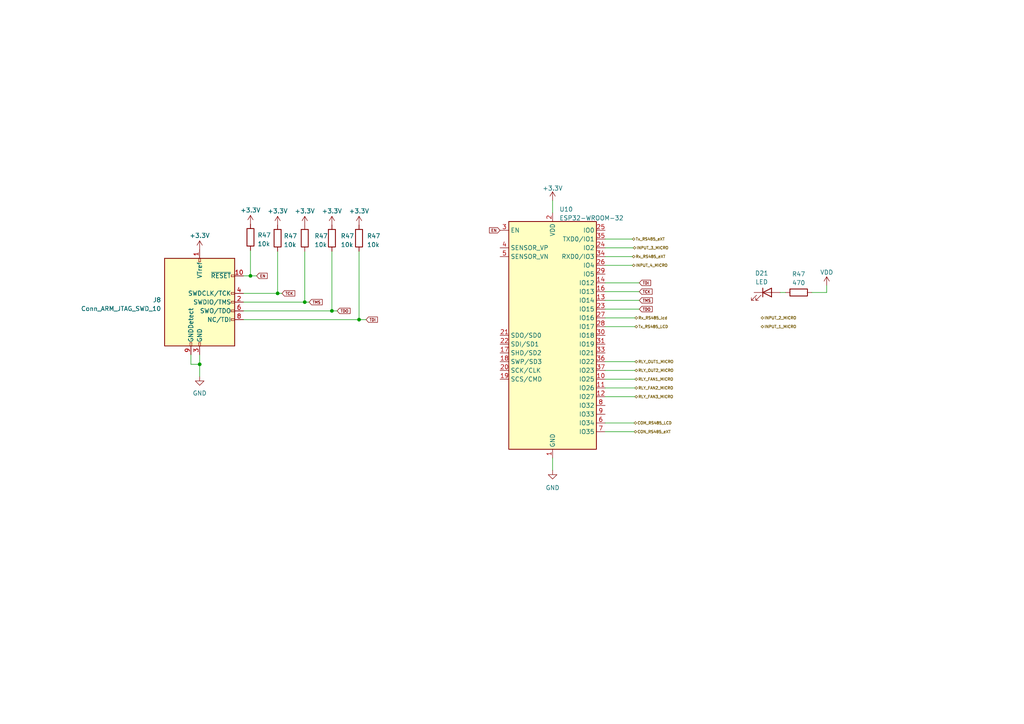
<source format=kicad_sch>
(kicad_sch (version 20230121) (generator eeschema)
  (paper "A4")
  (lib_symbols
    (symbol "Connector:Conn_ARM_JTAG_SWD_10" (pin_names (offset 1.016))
      (property "Reference" "J" (at -2.54 16.51 0))
      (property "Value" "Conn_ARM_JTAG_SWD_10" (at -2.54 13.97 0))
      (symbol "Conn_ARM_JTAG_SWD_10_0_1"
        (rectangle (start -10.16 12.7) (end 10.16 -12.7) (stroke (width 0.254)) (fill (type background)))
        (rectangle (start -2.794 -12.7) (end -2.286 -11.684))
        (rectangle (start -0.254 -12.7) (end 0.254 -11.684))
        (rectangle (start -0.254 12.7) (end 0.254 11.684))
        (rectangle (start 9.144 2.286) (end 10.16 2.794))
        (rectangle (start 10.16 -2.794) (end 9.144 -2.286))
        (rectangle (start 10.16 -0.254) (end 9.144 0.254))
        (rectangle (start 10.16 7.874) (end 9.144 7.366))
      )
      (symbol "Conn_ARM_JTAG_SWD_10_1_1"
        (rectangle (start 9.144 -5.334) (end 10.16 -4.826))
        (pin power_in line (at 0 15.24 270) (length 2.54) (name "VTref") (number "1"))
        (pin open_collector line (at 12.7 7.62 180) (length 2.54) (name "~{RESET}") (number "10"))
        (pin bidirectional line (at 12.7 0 180) (length 2.54) (name "SWDIO/TMS") (number "2"))
        (pin power_in line (at 0 -15.24 90) (length 2.54) (name "GND") (number "3"))
        (pin output line (at 12.7 2.54 180) (length 2.54) (name "SWDCLK/TCK") (number "4"))
        (pin passive line (at 0 -15.24 90) (length 2.54) hide (name "GND") (number "5"))
        (pin input line (at 12.7 -2.54 180) (length 2.54) (name "SWO/TDO") (number "6"))
        (pin no_connect line (at -10.16 0 0) (length 2.54) hide (name "KEY") (number "7"))
        (pin output line (at 12.7 -5.08 180) (length 2.54) (name "NC/TDI") (number "8"))
        (pin passive line (at -2.54 -15.24 90) (length 2.54) (name "GNDDetect") (number "9"))
      )
    )
    (symbol "Device:LED" (pin_numbers hide) (pin_names (offset 1.016) hide)
      (property "Reference" "D" (at 0 2.54 0))
      (property "Value" "LED" (at 0 -2.54 0))
      (symbol "LED_0_1"
        (polyline (pts (xy -1.27 -1.27) (xy -1.27 1.27)) (stroke (width 0.254)))
        (polyline (pts (xy -1.27 0) (xy 1.27 0)))
        (polyline (pts (xy 1.27 -1.27) (xy 1.27 1.27) (xy -1.27 0) (xy 1.27 -1.27)) (stroke (width 0.254)))
        (polyline (pts (xy -3.048 -0.762) (xy -4.572 -2.286) (xy -3.81 -2.286) (xy -4.572 -2.286) (xy -4.572 -1.524)))
        (polyline (pts (xy -1.778 -0.762) (xy -3.302 -2.286) (xy -2.54 -2.286) (xy -3.302 -2.286) (xy -3.302 -1.524)))
      )
      (symbol "LED_1_1"
        (pin passive line (at -3.81 0 0) (length 2.54) (name "K") (number "1"))
        (pin passive line (at 3.81 0 180) (length 2.54) (name "A") (number "2"))
      )
    )
    (symbol "Device:R" (pin_numbers hide) (pin_names (offset 0))
      (property "Reference" "R" (at 2.032 0 90))
      (property "Value" "R" (at 0 0 90))
      (symbol "R_0_1"
        (rectangle (start -1.016 -2.54) (end 1.016 2.54) (stroke (width 0.254)))
      )
      (symbol "R_1_1"
        (pin passive line (at 0 3.81 270) (length 1.27) (name "~") (number "1"))
        (pin passive line (at 0 -3.81 90) (length 1.27) (name "~") (number "2"))
      )
    )
    (symbol "RF_Module:ESP32-WROOM-32"
      (property "Reference" "U" (at -12.7 34.29 0))
      (property "Value" "ESP32-WROOM-32" (at 1.27 34.29 0))
      (symbol "ESP32-WROOM-32_0_1"
        (rectangle (start -12.7 33.02) (end 12.7 -33.02) (stroke (width 0.254)) (fill (type background)))
      )
      (symbol "ESP32-WROOM-32_1_1"
        (pin power_in line (at 0 -35.56 90) (length 2.54) (name "GND") (number "1"))
        (pin bidirectional line (at 15.24 -12.7 180) (length 2.54) (name "IO25") (number "10"))
        (pin bidirectional line (at 15.24 -15.24 180) (length 2.54) (name "IO26") (number "11"))
        (pin bidirectional line (at 15.24 -17.78 180) (length 2.54) (name "IO27") (number "12"))
        (pin bidirectional line (at 15.24 10.16 180) (length 2.54) (name "IO14") (number "13"))
        (pin bidirectional line (at 15.24 15.24 180) (length 2.54) (name "IO12") (number "14"))
        (pin passive line (at 0 -35.56 90) (length 2.54) hide (name "GND") (number "15"))
        (pin bidirectional line (at 15.24 12.7 180) (length 2.54) (name "IO13") (number "16"))
        (pin bidirectional line (at -15.24 -5.08 0) (length 2.54) (name "SHD/SD2") (number "17"))
        (pin bidirectional line (at -15.24 -7.62 0) (length 2.54) (name "SWP/SD3") (number "18"))
        (pin bidirectional line (at -15.24 -12.7 0) (length 2.54) (name "SCS/CMD") (number "19"))
        (pin power_in line (at 0 35.56 270) (length 2.54) (name "VDD") (number "2"))
        (pin bidirectional line (at -15.24 -10.16 0) (length 2.54) (name "SCK/CLK") (number "20"))
        (pin bidirectional line (at -15.24 0 0) (length 2.54) (name "SDO/SD0") (number "21"))
        (pin bidirectional line (at -15.24 -2.54 0) (length 2.54) (name "SDI/SD1") (number "22"))
        (pin bidirectional line (at 15.24 7.62 180) (length 2.54) (name "IO15") (number "23"))
        (pin bidirectional line (at 15.24 25.4 180) (length 2.54) (name "IO2") (number "24"))
        (pin bidirectional line (at 15.24 30.48 180) (length 2.54) (name "IO0") (number "25"))
        (pin bidirectional line (at 15.24 20.32 180) (length 2.54) (name "IO4") (number "26"))
        (pin bidirectional line (at 15.24 5.08 180) (length 2.54) (name "IO16") (number "27"))
        (pin bidirectional line (at 15.24 2.54 180) (length 2.54) (name "IO17") (number "28"))
        (pin bidirectional line (at 15.24 17.78 180) (length 2.54) (name "IO5") (number "29"))
        (pin input line (at -15.24 30.48 0) (length 2.54) (name "EN") (number "3"))
        (pin bidirectional line (at 15.24 0 180) (length 2.54) (name "IO18") (number "30"))
        (pin bidirectional line (at 15.24 -2.54 180) (length 2.54) (name "IO19") (number "31"))
        (pin no_connect line (at -12.7 -27.94 0) (length 2.54) hide (name "NC") (number "32"))
        (pin bidirectional line (at 15.24 -5.08 180) (length 2.54) (name "IO21") (number "33"))
        (pin bidirectional line (at 15.24 22.86 180) (length 2.54) (name "RXD0/IO3") (number "34"))
        (pin bidirectional line (at 15.24 27.94 180) (length 2.54) (name "TXD0/IO1") (number "35"))
        (pin bidirectional line (at 15.24 -7.62 180) (length 2.54) (name "IO22") (number "36"))
        (pin bidirectional line (at 15.24 -10.16 180) (length 2.54) (name "IO23") (number "37"))
        (pin passive line (at 0 -35.56 90) (length 2.54) hide (name "GND") (number "38"))
        (pin passive line (at 0 -35.56 90) (length 2.54) hide (name "GND") (number "39"))
        (pin input line (at -15.24 25.4 0) (length 2.54) (name "SENSOR_VP") (number "4"))
        (pin input line (at -15.24 22.86 0) (length 2.54) (name "SENSOR_VN") (number "5"))
        (pin input line (at 15.24 -25.4 180) (length 2.54) (name "IO34") (number "6"))
        (pin input line (at 15.24 -27.94 180) (length 2.54) (name "IO35") (number "7"))
        (pin bidirectional line (at 15.24 -20.32 180) (length 2.54) (name "IO32") (number "8"))
        (pin bidirectional line (at 15.24 -22.86 180) (length 2.54) (name "IO33") (number "9"))
      )
    )
    (symbol "power:+3.3V" (power) (pin_names (offset 0))
      (property "Value" "+3.3V" (at 0 3.556 0))
      (symbol "+3.3V_0_1"
        (polyline (pts (xy -0.762 1.27) (xy 0 2.54)))
        (polyline (pts (xy 0 0) (xy 0 2.54)))
        (polyline (pts (xy 0 2.54) (xy 0.762 1.27)))
      )
      (symbol "+3.3V_1_1"
        (pin power_in line (at 0 0 90) (length 0) hide (name "+3.3V") (number "1"))
      )
    )
    (symbol "power:GND" (power) (pin_names (offset 0))
      (property "Value" "GND" (at 0 -3.81 0))
      (symbol "GND_0_1"
        (polyline (pts (xy 0 0) (xy 0 -1.27) (xy 1.27 -1.27) (xy 0 -2.54) (xy -1.27 -1.27) (xy 0 -1.27)))
      )
      (symbol "GND_1_1"
        (pin power_in line (at 0 0 270) (length 0) hide (name "GND") (number "1"))
      )
    )
    (symbol "power:VDD" (power) (pin_names (offset 0))
      (property "Value" "VDD" (at 0 3.81 0))
      (symbol "VDD_0_1"
        (polyline (pts (xy -0.762 1.27) (xy 0 2.54)))
        (polyline (pts (xy 0 0) (xy 0 2.54)))
        (polyline (pts (xy 0 2.54) (xy 0.762 1.27)))
      )
      (symbol "VDD_1_1"
        (pin power_in line (at 0 0 90) (length 0) hide (name "VDD") (number "1"))
      )
    )
  )
  (junction (at 57.912 105.664))
  (junction (at 104.14 92.71))
  (junction (at 72.644 80.01))
  (junction (at 96.266 90.17))
  (junction (at 88.392 87.63))
  (junction (at 80.518 85.09))
  (wire (pts (xy 235.458 84.836) (xy 239.776 84.836)))
  (wire (pts (xy 81.788 85.09) (xy 80.518 85.09)))
  (wire (pts (xy 175.514 69.342) (xy 183.388 69.342)))
  (wire (pts (xy 239.776 82.804) (xy 239.776 84.836)))
  (wire (pts (xy 160.274 58.166) (xy 160.274 61.722)))
  (wire (pts (xy 175.514 92.202) (xy 184.15 92.202)))
  (wire (pts (xy 70.612 87.63) (xy 88.392 87.63)))
  (wire (pts (xy 175.514 104.902) (xy 184.15 104.902)))
  (wire (pts (xy 175.514 125.222) (xy 183.896 125.222)))
  (wire (pts (xy 96.266 90.424) (xy 96.266 90.17)))
  (wire (pts (xy 104.14 72.898) (xy 104.14 92.71)))
  (wire (pts (xy 175.514 89.662) (xy 185.42 89.662)))
  (wire (pts (xy 96.266 72.898) (xy 96.266 90.17)))
  (wire (pts (xy 184.15 94.742) (xy 175.514 94.742)))
  (wire (pts (xy 70.612 85.09) (xy 80.518 85.09)))
  (wire (pts (xy 184.15 109.982) (xy 175.514 109.982)))
  (wire (pts (xy 184.15 115.062) (xy 175.514 115.062)))
  (wire (pts (xy 70.612 80.01) (xy 72.644 80.01)))
  (wire (pts (xy 70.612 90.17) (xy 96.266 90.17)))
  (wire (pts (xy 72.644 80.01) (xy 74.422 80.01)))
  (wire (pts (xy 175.514 71.882) (xy 183.642 71.882)))
  (wire (pts (xy 185.42 84.582) (xy 175.514 84.582)))
  (wire (pts (xy 89.662 87.63) (xy 88.392 87.63)))
  (wire (pts (xy 70.612 92.71) (xy 104.14 92.71)))
  (wire (pts (xy 57.912 105.664) (xy 57.912 109.22)))
  (wire (pts (xy 55.372 105.664) (xy 57.912 105.664)))
  (wire (pts (xy 175.514 107.442) (xy 184.15 107.442)))
  (wire (pts (xy 88.392 72.898) (xy 88.392 87.63)))
  (wire (pts (xy 183.388 74.422) (xy 175.514 74.422)))
  (wire (pts (xy 55.372 102.87) (xy 55.372 105.664)))
  (wire (pts (xy 160.274 132.842) (xy 160.274 136.398)))
  (wire (pts (xy 57.912 102.87) (xy 57.912 105.664)))
  (wire (pts (xy 175.514 112.522) (xy 184.15 112.522)))
  (wire (pts (xy 175.514 76.962) (xy 183.388 76.962)))
  (wire (pts (xy 72.644 72.644) (xy 72.644 80.01)))
  (wire (pts (xy 226.314 84.836) (xy 227.838 84.836)))
  (wire (pts (xy 97.79 90.17) (xy 96.266 90.17)))
  (wire (pts (xy 80.518 72.898) (xy 80.518 85.09)))
  (wire (pts (xy 175.514 87.122) (xy 185.42 87.122)))
  (wire (pts (xy 88.392 87.884) (xy 88.392 87.63)))
  (wire (pts (xy 185.42 82.042) (xy 175.514 82.042)))
  (wire (pts (xy 106.172 92.71) (xy 104.14 92.71)))
  (wire (pts (xy 80.518 85.344) (xy 80.518 85.09)))
  (wire (pts (xy 104.14 92.964) (xy 104.14 92.71)))
  (wire (pts (xy 183.896 122.682) (xy 175.514 122.682)))
  (global_label "TDO" (shape input) (at 97.79 90.17 0) (effects (font (size 0.8 0.8))) (property "Intersheetrefs" "${INTERSHEET_REFS}" (effects hide)))
  (global_label "TDO" (shape input) (at 185.42 89.662 0) (effects (font (size 0.8 0.8))) (property "Intersheetrefs" "${INTERSHEET_REFS}" (effects hide)))
  (global_label "EN" (shape input) (at 74.422 80.01 0) (effects (font (size 0.8 0.8))) (property "Intersheetrefs" "${INTERSHEET_REFS}" (effects hide)))
  (global_label "TCK" (shape input) (at 81.788 85.09 0) (effects (font (size 0.8 0.8))) (property "Intersheetrefs" "${INTERSHEET_REFS}" (effects hide)))
  (global_label "EN" (shape input) (at 145.034 66.802 180) (effects (font (size 0.8 0.8))) (property "Intersheetrefs" "${INTERSHEET_REFS}" (effects hide)))
  (global_label "TMS" (shape input) (at 185.42 87.122 0) (effects (font (size 0.8 0.8))) (property "Intersheetrefs" "${INTERSHEET_REFS}" (effects hide)))
  (global_label "TDI" (shape input) (at 106.172 92.71 0) (effects (font (size 0.8 0.8))) (property "Intersheetrefs" "${INTERSHEET_REFS}" (effects hide)))
  (global_label "TMS" (shape input) (at 89.662 87.63 0) (effects (font (size 0.8 0.8))) (property "Intersheetrefs" "${INTERSHEET_REFS}" (effects hide)))
  (global_label "TDI" (shape input) (at 185.42 82.042 0) (effects (font (size 0.8 0.8))) (property "Intersheetrefs" "${INTERSHEET_REFS}" (effects hide)))
  (global_label "TCK" (shape input) (at 185.42 84.582 0) (effects (font (size 0.8 0.8))) (property "Intersheetrefs" "${INTERSHEET_REFS}" (effects hide)))
  (hierarchical_label "INPUT_1_MICRO" (shape bidirectional) (at 220.726 94.742 0) (effects (font (size 0.8 0.8))))
  (hierarchical_label "RLY_FAN1_MICRO" (shape bidirectional) (at 184.15 109.982 0) (effects (font (size 0.8 0.8))))
  (hierarchical_label "CON_RS485_eXT" (shape bidirectional) (at 183.896 125.222 0) (effects (font (size 0.8 0.8))))
  (hierarchical_label "Rx_RS485_lcd" (shape bidirectional) (at 184.15 92.202 0) (effects (font (size 0.8 0.8))))
  (hierarchical_label "RLY_FAN2_MICRO" (shape bidirectional) (at 184.15 112.522 0) (effects (font (size 0.8 0.8))))
  (hierarchical_label "RLY_FAN3_MICRO" (shape bidirectional) (at 184.15 115.062 0) (effects (font (size 0.8 0.8))))
  (hierarchical_label "Tx_RS485_LCD" (shape bidirectional) (at 184.15 94.742 0) (effects (font (size 0.8 0.8))))
  (hierarchical_label "RLY_OUT2_MICRO" (shape bidirectional) (at 184.15 107.442 0) (effects (font (size 0.8 0.8))))
  (hierarchical_label "Tx_RS485_eXT" (shape bidirectional) (at 183.388 69.342 0) (effects (font (size 0.8 0.8))))
  (hierarchical_label "COM_RS485_LCD" (shape bidirectional) (at 183.896 122.682 0) (effects (font (size 0.8 0.8))))
  (hierarchical_label "INPUT_2_MICRO" (shape bidirectional) (at 220.726 92.202 0) (effects (font (size 0.8 0.8))))
  (hierarchical_label "Rx_RS485_eXT" (shape bidirectional) (at 183.388 74.422 0) (effects (font (size 0.8 0.8))))
  (hierarchical_label "INPUT_3_MICRO" (shape bidirectional) (at 183.642 71.882 0) (effects (font (size 0.8 0.8))))
  (hierarchical_label "RLY_OUT1_MICRO" (shape bidirectional) (at 184.15 104.902 0) (effects (font (size 0.8 0.8))))
  (hierarchical_label "INPUT_4_MICRO" (shape bidirectional) (at 183.388 76.962 0) (effects (font (size 0.8 0.8))))
  (symbol (lib_id "power:+3.3V") (at 96.266 65.278 0) (unit 1)
    (property "Reference" "#PWR050" (effects hide))
    (property "Value" "+3.3V" (at 96.266 61.214 0))
  )
  (symbol (lib_id "power:GND") (at 57.912 109.22 0) (unit 1)
    (property "Reference" "#PWR045" (effects hide))
    (property "Value" "GND" (at 57.912 114.046 0))
  )
  (symbol (lib_id "Device:R") (at 72.644 68.834 0) (unit 1)
    (property "Reference" "R47" (at 74.676 68.199 0) (effects (justify left)))
    (property "Value" "10k" (at 74.676 70.739 0) (effects (justify left)))
    (property "Footprint" "Resistor_SMD:R_0805_2012Metric" (effects hide))
    (instances (project "RoomLink" (path "" (reference "R47") (unit 1))) (project "RoomLink" (path "" (reference "R35") (unit 1))))
  )
  (symbol (lib_id "power:+3.3V") (at 104.14 65.278 0) (unit 1)
    (property "Reference" "#PWR051" (effects hide))
    (property "Value" "+3.3V" (at 104.14 61.214 0))
  )
  (symbol (lib_id "power:+3.3V") (at 72.644 65.024 0) (unit 1)
    (property "Reference" "#PWR047" (effects hide))
    (property "Value" "+3.3V" (at 72.644 60.96 0))
  )
  (symbol (lib_id "power:+3.3V") (at 80.518 65.278 0) (unit 1)
    (property "Reference" "#PWR048" (effects hide))
    (property "Value" "+3.3V" (at 80.518 61.214 0))
  )
  (symbol (lib_id "Device:R") (at 104.14 69.088 0) (unit 1)
    (property "Reference" "R47" (at 106.426 68.453 0) (effects (justify left)))
    (property "Value" "10k" (at 106.426 70.993 0) (effects (justify left)))
    (property "Footprint" "Resistor_SMD:R_0805_2012Metric" (effects hide))
    (instances (project "RoomLink" (path "" (reference "R47") (unit 1))) (project "RoomLink" (path "" (reference "R34") (unit 1))))
  )
  (symbol (lib_id "Device:R") (at 88.392 69.088 0) (unit 1)
    (property "Reference" "R47" (at 91.186 68.453 0) (effects (justify left)))
    (property "Value" "10k" (at 91.186 70.993 0) (effects (justify left)))
    (property "Footprint" "Resistor_SMD:R_0805_2012Metric" (effects hide))
    (instances (project "RoomLink" (path "" (reference "R47") (unit 1))) (project "RoomLink" (path "" (reference "R32") (unit 1))))
  )
  (symbol (lib_id "power:+3.3V") (at 160.274 58.166 0) (unit 1)
    (property "Reference" "#PWR042" (effects hide))
    (property "Value" "+3.3V" (at 160.274 54.61 0))
  )
  (symbol (lib_id "Device:R") (at 80.518 69.088 0) (unit 1)
    (property "Reference" "R47" (at 82.296 68.453 0) (effects (justify left)))
    (property "Value" "10k" (at 82.296 70.993 0) (effects (justify left)))
    (property "Footprint" "Resistor_SMD:R_0805_2012Metric" (effects hide))
    (instances (project "RoomLink" (path "" (reference "R47") (unit 1))) (project "RoomLink" (path "" (reference "R31") (unit 1))))
  )
  (symbol (lib_id "Device:R") (at 96.266 69.088 0) (unit 1)
    (property "Reference" "R47" (at 98.806 68.453 0) (effects (justify left)))
    (property "Value" "10k" (at 98.806 70.993 0) (effects (justify left)))
    (property "Footprint" "Resistor_SMD:R_0805_2012Metric" (effects hide))
    (instances (project "RoomLink" (path "" (reference "R47") (unit 1))) (project "RoomLink" (path "" (reference "R33") (unit 1))))
  )
  (symbol (lib_id "RF_Module:ESP32-WROOM-32") (at 160.274 97.282 0) (unit 1)
    (property "Reference" "U10" (at 162.2299 60.706 0) (effects (justify left)))
    (property "Value" "ESP32-WROOM-32" (at 162.2299 63.246 0) (effects (justify left)))
    (property "Footprint" "RF_Module:ESP32-WROOM-32" (effects hide))
    (property "Datasheet" "https://www.espressif.com/sites/default/files/documentation/esp32-wroom-32_datasheet_en.pdf" (effects hide))
    (instances (project "RoomLink" (path "" (reference "U10") (unit 1))) (project "RoomLink" (path "" (reference "U15") (unit 1))))
  )
  (symbol (lib_id "power:+3.3V") (at 57.912 72.39 0) (unit 1)
    (property "Reference" "#PWR046" (effects hide))
    (property "Value" "+3.3V" (at 57.912 68.326 0))
  )
  (symbol (lib_id "Connector:Conn_ARM_JTAG_SWD_10") (at 57.912 87.63 0) (unit 1)
    (property "Reference" "J8" (at 46.736 86.995 0) (effects (justify right)))
    (property "Value" "Conn_ARM_JTAG_SWD_10" (at 46.736 89.535 0) (effects (justify right)))
    (property "Footprint" "Connector_PinHeader_2.54mm:PinHeader_2x05_P2.54mm_Vertical" (effects hide))
    (property "Datasheet" "http://infocenter.arm.com/help/topic/com.arm.doc.ddi0314h/DDI0314H_coresight_components_trm.pdf" (effects hide))
  )
  (symbol (lib_id "Device:R") (at 231.648 84.836 90) (unit 1)
    (property "Reference" "R47" (at 231.648 79.502 90))
    (property "Value" "470" (at 231.648 82.042 90))
    (property "Footprint" "Resistor_SMD:R_0805_2012Metric" (effects hide))
    (instances (project "RoomLink" (path "" (reference "R47") (unit 1))) (project "RoomLink" (path "" (reference "R30") (unit 1))))
  )
  (symbol (lib_id "power:+3.3V") (at 88.392 65.278 0) (unit 1)
    (property "Reference" "#PWR049" (effects hide))
    (property "Value" "+3.3V" (at 88.392 61.214 0))
  )
  (symbol (lib_id "Device:LED") (at 222.504 84.836 0) (unit 1)
    (property "Reference" "D21" (at 220.9165 79.248 0))
    (property "Value" "LED" (at 220.9165 81.788 0))
    (property "Footprint" "Diode_SMD:D_0805_2012Metric" (effects hide))
    (instances (project "RoomLink" (path "" (reference "D21") (unit 1))) (project "RoomLink" (path "" (reference "D13") (unit 1))))
  )
  (symbol (lib_id "power:GND") (at 160.274 136.398 0) (unit 1)
    (property "Reference" "#PWR071" (effects hide))
    (property "Value" "GND" (at 160.274 141.478 0))
    (instances (project "RoomLink" (path "" (reference "#PWR071") (unit 1))) (project "RoomLink" (path "" (reference "#PWR043") (unit 1))))
  )
  (symbol (lib_id "power:VDD") (at 239.776 82.804 0) (unit 1)
    (property "Reference" "#PWR014" (effects hide))
    (property "Value" "VDD" (at 239.776 78.994 0))
    (instances (project "RoomLink" (path "" (reference "#PWR014") (unit 1)) (path "" (reference "#PWR074") (unit 1))) (project "RoomLink" (path "" (reference "#PWR044") (unit 1))))
  )
)
</source>
